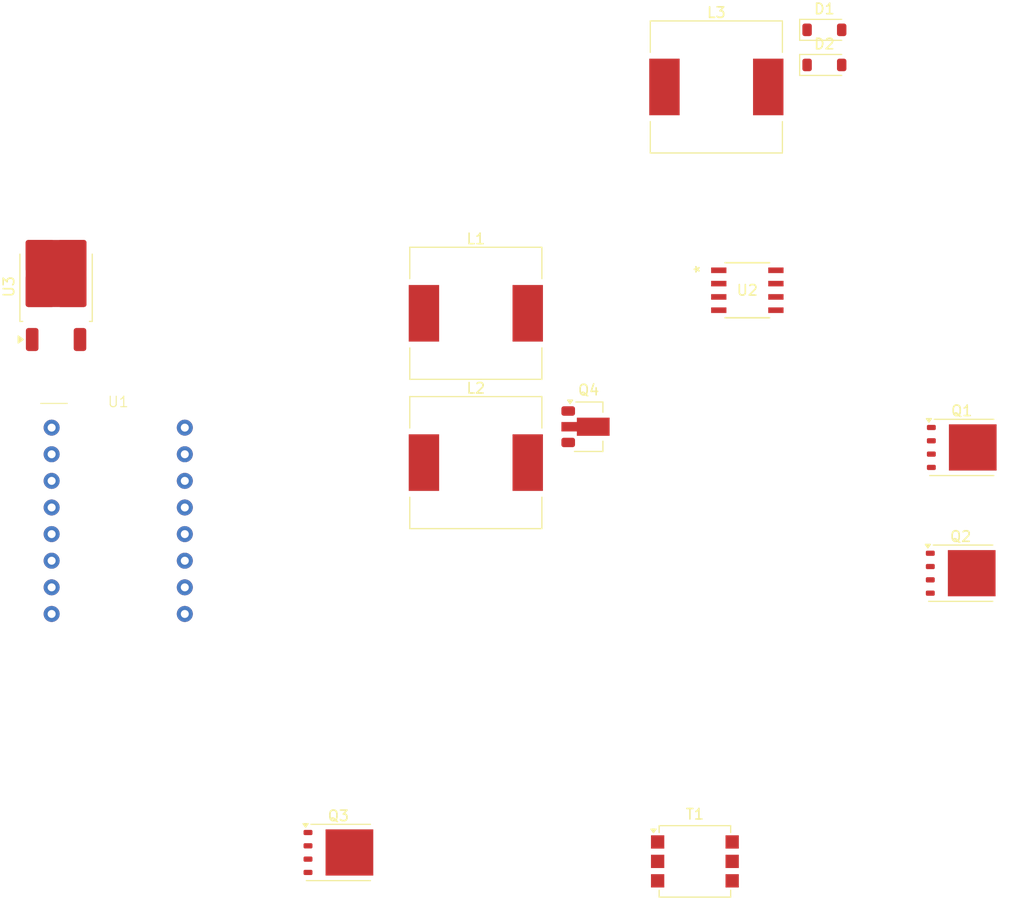
<source format=kicad_pcb>
(kicad_pcb (version 20240108) (generator "pcbnew") (generator_version "8.0")
  (layers (0 "F.Cu" signal) (31 "B.Cu" signal) (34 "B.Paste" user) (35 "F.Paste" user) (36 "B.SilkS" user "B.Silkscreen") (37 "F.SilkS" user "F.Silkscreen") (38 "B.Mask" user) (39 "F.Mask" user) (44 "Edge.Cuts" user))
  (net 0 "")
  (net 19 "Net-(Q3-S-Pad1)")
  (net 40 "Net-(D1-K)")
  (net 41 "GND")
  (net 42 "Net-(L1-Pad2)")
  (net 43 "Net-(Q2-D)")
  (net 44 "Net-(C3-Pad1)")
  (net 45 "Net-(U3-VI)")
  (net 46 "Net-(C3-Pad2)")
  (net 47 "Net-(Q1-D)")
  (net 48 "Net-(U3-VO)")
  (footprint "Package_TO_SOT_SMD:TDSON-8-1" (layer "F.Cu") (at 172.35 84)
    (property "Reference" "Q2" (at 0 -3.5 0) (layer "F.SilkS"))
    (property "Value" "CSD19534Q5A")
    (fp_line (start 3.06 -2.685) (end -2.62 -2.685) (stroke (width 0.12)) (layer "F.SilkS"))
    (fp_line (start 3.06 2.685) (end -3.06 2.685) (stroke (width 0.12)) (layer "F.SilkS"))
    (fp_poly (pts (xy -3.131622 -2.42027) (xy -3.371622 -2.75027) (xy -2.891622 -2.75027) (xy -3.131622 -2.42027)) (stroke (width 0.12)) (fill solid) (layer "F.SilkS"))
    (pad "1" smd roundrect (at -2.9 -1.905) (size 0.85 0.5) (layers "F.Cu" "F.Paste" "F.Mask") (net 46 "Net-(C3-Pad2)"))
    (pad "2" smd roundrect (at -2.9 -0.635) (size 0.85 0.5) (layers "F.Cu" "F.Paste" "F.Mask") (net 46 "Net-(C3-Pad2)"))
    (pad "3" smd roundrect (at -2.9 0.635) (size 0.85 0.5) (layers "F.Cu" "F.Paste" "F.Mask") (net 46 "Net-(C3-Pad2)"))
    (pad "4" smd roundrect (at -2.9 1.905) (size 0.85 0.5) (layers "F.Cu" "F.Paste" "F.Mask"))
    (pad "5" smd rect (at 1.05 0) (size 4.55 4.41) (layers "F.Cu") (net 43 "Net-(Q2-D)"))
  )
  (footprint "Package_TO_SOT_SMD:TDSON-8-1" (layer "F.Cu") (at 172.45 72)
    (property "Reference" "Q1" (at 0 -3.5 0) (layer "F.SilkS"))
    (property "Value" "CSD19534Q5A")
    (fp_line (start 3.06 -2.685) (end -2.62 -2.685) (stroke (width 0.12)) (layer "F.SilkS"))
    (fp_line (start 3.06 2.685) (end -3.06 2.685) (stroke (width 0.12)) (layer "F.SilkS"))
    (fp_poly (pts (xy -3.131622 -2.42027) (xy -3.371622 -2.75027) (xy -2.891622 -2.75027) (xy -3.131622 -2.42027)) (stroke (width 0.12)) (fill solid) (layer "F.SilkS"))
    (pad "1" smd roundrect (at -2.9 -1.905) (size 0.85 0.5) (layers "F.Cu" "F.Paste" "F.Mask") (net 46 "Net-(C3-Pad2)"))
    (pad "2" smd roundrect (at -2.9 -0.635) (size 0.85 0.5) (layers "F.Cu" "F.Paste" "F.Mask") (net 46 "Net-(C3-Pad2)"))
    (pad "3" smd roundrect (at -2.9 0.635) (size 0.85 0.5) (layers "F.Cu" "F.Paste" "F.Mask") (net 46 "Net-(C3-Pad2)"))
    (pad "4" smd roundrect (at -2.9 1.905) (size 0.85 0.5) (layers "F.Cu" "F.Paste" "F.Mask"))
    (pad "5" smd rect (at 1.05 0) (size 4.55 4.41) (layers "F.Cu") (net 47 "Net-(Q1-D)"))
  )
  (footprint "Package_TO_SOT_SMD:TDSON-8-1" (layer "F.Cu") (at 113 110.65)
    (property "Reference" "Q3" (at 0 -3.5 0) (layer "F.SilkS"))
    (property "Value" "BSC320N20NS3G")
    (fp_line (start 3.06 -2.685) (end -2.62 -2.685) (stroke (width 0.12)) (layer "F.SilkS"))
    (fp_line (start 3.06 2.685) (end -3.06 2.685) (stroke (width 0.12)) (layer "F.SilkS"))
    (fp_poly (pts (xy -3.131622 -2.42027) (xy -3.371622 -2.75027) (xy -2.891622 -2.75027) (xy -3.131622 -2.42027)) (stroke (width 0.12)) (fill solid) (layer "F.SilkS"))
    (pad "1" smd roundrect (at -2.9 -1.905) (size 0.85 0.5) (layers "F.Cu" "F.Paste" "F.Mask") (net 19 "Net-(Q3-S-Pad1)"))
    (pad "2" smd roundrect (at -2.9 -0.635) (size 0.85 0.5) (layers "F.Cu" "F.Paste" "F.Mask") (net 19 "Net-(Q3-S-Pad1)"))
    (pad "3" smd roundrect (at -2.9 0.635) (size 0.85 0.5) (layers "F.Cu" "F.Paste" "F.Mask") (net 19 "Net-(Q3-S-Pad1)"))
    (pad "4" smd roundrect (at -2.9 1.905) (size 0.85 0.5) (layers "F.Cu" "F.Paste" "F.Mask"))
    (pad "5" smd rect (at 1.05 0) (size 4.55 4.41) (layers "F.Cu"))
  )
  (footprint "Diode_SMD:D_SOD-123" (layer "F.Cu") (at 159.35 35.5)
    (property "Reference" "D2" (at 0 -2 0) (layer "F.SilkS"))
    (property "Value" "MBR0540")
    (fp_line (start -2.36 -1) (end -2.36 1) (stroke (width 0.12)) (layer "F.SilkS"))
    (fp_line (start -2.36 -1) (end 1.65 -1) (stroke (width 0.12)) (layer "F.SilkS"))
    (fp_line (start -2.36 1) (end 1.65 1) (stroke (width 0.12)) (layer "F.SilkS"))
    (pad "1" smd roundrect (at -1.65 0) (size 0.9 1.2) (layers "F.Cu" "F.Paste" "F.Mask") (net 40 "Net-(D1-K)"))
    (pad "2" smd roundrect (at 1.65 0) (size 0.9 1.2) (layers "F.Cu" "F.Paste" "F.Mask") (net 41 "GND"))
  )
  (footprint "Transformer_SMD:Pulse_P0926NL" (layer "F.Cu") (at 147 111.5)
    (property "Reference" "T1" (at 0 -4.5 0) (layer "F.SilkS"))
    (property "Value" "P0926NL")
    (fp_line (start -3.41 -3.41) (end -3.41 -2.75) (stroke (width 0.12)) (layer "F.SilkS"))
    (fp_line (start -3.41 -3.41) (end 3.41 -3.41) (stroke (width 0.12)) (layer "F.SilkS"))
    (fp_line (start -3.41 3.41) (end -3.41 2.75) (stroke (width 0.12)) (layer "F.SilkS"))
    (fp_line (start -3.41 3.41) (end 3.41 3.41) (stroke (width 0.12)) (layer "F.SilkS"))
    (fp_line (start 3.41 -3.41) (end 3.41 -2.75) (stroke (width 0.12)) (layer "F.SilkS"))
    (fp_line (start 3.41 3.41) (end 3.41 2.75) (stroke (width 0.12)) (layer "F.SilkS"))
    (fp_poly (pts (xy -3.95 -2.75) (xy -4.19 -3.08) (xy -3.71 -3.08) (xy -3.95 -2.75)) (stroke (width 0.12)) (fill solid) (layer "F.SilkS"))
    (pad "1" smd rect (at -3.555 -1.855) (size 1.27 1.27) (layers "F.Cu" "F.Paste" "F.Mask"))
    (pad "2" smd rect (at -3.555 0) (size 1.27 1.27) (layers "F.Cu" "F.Paste" "F.Mask"))
    (pad "3" smd rect (at -3.555 1.855) (size 1.27 1.27) (layers "F.Cu" "F.Paste" "F.Mask"))
    (pad "4" smd rect (at 3.555 1.855) (size 1.27 1.27) (layers "F.Cu" "F.Paste" "F.Mask"))
    (pad "5" smd rect (at 3.555 0) (size 1.27 1.27) (layers "F.Cu" "F.Paste" "F.Mask"))
    (pad "6" smd rect (at 3.555 -1.855) (size 1.27 1.27) (layers "F.Cu" "F.Paste" "F.Mask"))
  )
  (footprint "Inductor_SMD:L_12x12mm_H6mm" (layer "F.Cu") (at 126.10625 73.4479)
    (property "Reference" "L2" (at 0 -7.1 0) (layer "F.SilkS"))
    (property "Value" "10uH")
    (fp_line (start -6.3 -6.3) (end 6.3 -6.3) (stroke (width 0.12)) (layer "F.SilkS"))
    (fp_line (start -6.3 -3.3) (end -6.3 -6.3) (stroke (width 0.12)) (layer "F.SilkS"))
    (fp_line (start -6.3 6.3) (end -6.3 3.3) (stroke (width 0.12)) (layer "F.SilkS"))
    (fp_line (start 6.3 -6.3) (end 6.3 -3.3) (stroke (width 0.12)) (layer "F.SilkS"))
    (fp_line (start 6.3 3.3) (end 6.3 6.3) (stroke (width 0.12)) (layer "F.SilkS"))
    (fp_line (start 6.3 6.3) (end -6.3 6.3) (stroke (width 0.12)) (layer "F.SilkS"))
    (pad "1" smd rect (at -4.95 0) (size 2.9 5.4) (layers "F.Cu" "F.Paste" "F.Mask") (net 42 "Net-(L1-Pad2)"))
    (pad "2" smd rect (at 4.95 0) (size 2.9 5.4) (layers "F.Cu" "F.Paste" "F.Mask") (net 44 "Net-(C3-Pad1)"))
  )
  (footprint "Forward_Footprint:SO-8_S_LIT" (layer "F.Cu") (at 152 57)
    (property "Reference" "U2" (at 0 0 0) (layer "F.SilkS"))
    (property "Value" "LTC3900ES8-PBF")
    (fp_line (start -2.1209 2.6289) (end 2.1209 2.6289) (stroke (width 0.1524)) (layer "F.SilkS"))
    (fp_line (start 2.1209 -2.6289) (end -2.1209 -2.6289) (stroke (width 0.1524)) (layer "F.SilkS"))
    (fp_text user "*" (at -4.5 -2 90) (layer "F.SilkS"))
    (fp_text user "*" (at -4.5 -2 90) (layer "F.SilkS"))
    (pad "1" smd rect (at -2.72415 -1.905) (size 1.4605 0.5334) (layers "F.Cu" "F.Paste" "F.Mask"))
    (pad "2" smd rect (at -2.72415 -0.635) (size 1.4605 0.5334) (layers "F.Cu" "F.Paste" "F.Mask"))
    (pad "3" smd rect (at -2.72415 0.635) (size 1.4605 0.5334) (layers "F.Cu" "F.Paste" "F.Mask"))
    (pad "4" smd rect (at -2.72415 1.905) (size 1.4605 0.5334) (layers "F.Cu" "F.Paste" "F.Mask"))
    (pad "5" smd rect (at 2.72415 1.905) (size 1.4605 0.5334) (layers "F.Cu" "F.Paste" "F.Mask"))
    (pad "6" smd rect (at 2.72415 0.635) (size 1.4605 0.5334) (layers "F.Cu" "F.Paste" "F.Mask"))
    (pad "7" smd rect (at 2.72415 -0.635) (size 1.4605 0.5334) (layers "F.Cu" "F.Paste" "F.Mask"))
    (pad "8" smd rect (at 2.72415 -1.905) (size 1.4605 0.5334) (layers "F.Cu" "F.Paste" "F.Mask"))
  )
  (footprint "Package_TO_SOT_SMD:TO-252-2" (layer "F.Cu") (at 86.0725 56.66 90)
    (property "Reference" "U3" (at 0 -4.5 90) (layer "F.SilkS"))
    (property "Value" "MC7812CDTRKG")
    (fp_line (start 3.11 -3.45) (end -3.31 -3.45) (stroke (width 0.12)) (layer "F.SilkS"))
    (fp_line (start -3.31 -3.45) (end -3.31 -3.18) (stroke (width 0.12)) (layer "F.SilkS"))
    (fp_line (start 3.11 3.45) (end -3.31 3.45) (stroke (width 0.12)) (layer "F.SilkS"))
    (fp_line (start -3.31 3.45) (end -3.31 3.18) (stroke (width 0.12)) (layer "F.SilkS"))
    (fp_poly (pts (xy -5.04 -3.14) (xy -5.38 -3.61) (xy -4.7 -3.61) (xy -5.04 -3.14)) (stroke (width 0.12)) (fill solid) (layer "F.SilkS"))
    (pad "1" smd roundrect (at -5.04 -2.28 90) (size 2.2 1.2) (layers "F.Cu" "F.Paste" "F.Mask") (roundrect_rratio 0.208333) (net 45 "Net-(U3-VI)"))
    (pad "2" smd roundrect (at -0.415 -1.525 90) (size 3.05 2.75) (layers "F.Cu" "F.Paste") (roundrect_rratio 0.090909) (net 41 "GND"))
    (pad "2" smd roundrect (at -0.415 1.525 90) (size 3.05 2.75) (layers "F.Cu" "F.Paste") (roundrect_rratio 0.090909) (net 41 "GND"))
    (pad "2" smd roundrect (at 1.26 0 90) (size 6.4 5.8) (layers "F.Cu" "F.Mask") (roundrect_rratio 0.043103) (net 41 "GND"))
    (pad "2" smd roundrect (at 2.935 -1.525 90) (size 3.05 2.75) (layers "F.Cu" "F.Paste") (roundrect_rratio 0.090909) (net 41 "GND"))
    (pad "2" smd roundrect (at 2.935 1.525 90) (size 3.05 2.75) (layers "F.Cu" "F.Paste") (roundrect_rratio 0.090909) (net 41 "GND"))
    (pad "3" smd roundrect (at -5.04 2.28 90) (size 2.2 1.2) (layers "F.Cu" "F.Paste" "F.Mask") (roundrect_rratio 0.208333) (net 48 "Net-(U3-VO)"))
  )
  (footprint "Forward_Footprint:SOP16 DIP Adapter" (layer "F.Cu") (at 92 79)
    (property "Reference" "U1" (at 0 -11.35 0) (layer "F.SilkS") (effects (font (thickness 0.1))))
    (property "Value" "LT1952EGN-1-PBF")
    (fp_line (start -7.4 -11.2) (end -4.85 -11.2) (stroke (width 0.1)) (layer "F.SilkS"))
    (pad "1" thru_hole circle (at -6.35 -8.89) (size 1.524 1.524) (drill 0.762) (layers "*.Cu" "*.Mask"))
    (pad "2" thru_hole circle (at -6.35 -6.35) (size 1.524 1.524) (drill 0.762) (layers "*.Cu" "*.Mask"))
    (pad "3" thru_hole circle (at -6.35 -3.81) (size 1.524 1.524) (drill 0.762) (layers "*.Cu" "*.Mask"))
    (pad "4" thru_hole circle (at -6.35 -1.27) (size 1.524 1.524) (drill 0.762) (layers "*.Cu" "*.Mask"))
    (pad "5" thru_hole circle (at -6.35 1.27) (size 1.524 1.524) (drill 0.762) (layers "*.Cu" "*.Mask"))
    (pad "6" thru_hole circle (at -6.35 3.81) (size 1.524 1.524) (drill 0.762) (layers "*.Cu" "*.Mask"))
    (pad "7" thru_hole circle (at -6.35 6.35) (size 1.524 1.524) (drill 0.762) (layers "*.Cu" "*.Mask"))
    (pad "8" thru_hole circle (at -6.35 8.89) (size 1.524 1.524) (drill 0.762) (layers "*.Cu" "*.Mask"))
    (pad "9" thru_hole circle (at 6.35 8.89) (size 1.524 1.524) (drill 0.762) (layers "*.Cu" "*.Mask"))
    (pad "10" thru_hole circle (at 6.35 6.35) (size 1.524 1.524) (drill 0.762) (layers "*.Cu" "*.Mask"))
    (pad "11" thru_hole circle (at 6.35 3.81) (size 1.524 1.524) (drill 0.762) (layers "*.Cu" "*.Mask"))
    (pad "12" thru_hole circle (at 6.35 1.27) (size 1.524 1.524) (drill 0.762) (layers "*.Cu" "*.Mask"))
    (pad "13" thru_hole circle (at 6.35 -1.27) (size 1.524 1.524) (drill 0.762) (layers "*.Cu" "*.Mask"))
    (pad "14" thru_hole circle (at 6.35 -3.81) (size 1.524 1.524) (drill 0.762) (layers "*.Cu" "*.Mask"))
    (pad "15" thru_hole circle (at 6.35 -6.35) (size 1.524 1.524) (drill 0.762) (layers "*.Cu" "*.Mask"))
    (pad "16" thru_hole circle (at 6.35 -8.89) (size 1.524 1.524) (drill 0.762) (layers "*.Cu" "*.Mask"))
  )
  (footprint "Diode_SMD:D_SOD-123" (layer "F.Cu") (at 159.35 32.15)
    (property "Reference" "D1" (at 0 -2 0) (layer "F.SilkS"))
    (property "Value" "MBR0540")
    (fp_line (start -2.36 -1) (end -2.36 1) (stroke (width 0.12)) (layer "F.SilkS"))
    (fp_line (start -2.36 -1) (end 1.65 -1) (stroke (width 0.12)) (layer "F.SilkS"))
    (fp_line (start -2.36 1) (end 1.65 1) (stroke (width 0.12)) (layer "F.SilkS"))
    (pad "1" smd roundrect (at -1.65 0) (size 0.9 1.2) (layers "F.Cu" "F.Paste" "F.Mask") (net 40 "Net-(D1-K)"))
    (pad "2" smd roundrect (at 1.65 0) (size 0.9 1.2) (layers "F.Cu" "F.Paste" "F.Mask"))
  )
  (footprint "Inductor_SMD:L_12x12mm_H6mm" (layer "F.Cu") (at 126.10625 59.1979)
    (property "Reference" "L1" (at 0 -7.1 0) (layer "F.SilkS"))
    (property "Value" "10uH")
    (fp_line (start -6.3 -6.3) (end 6.3 -6.3) (stroke (width 0.12)) (layer "F.SilkS"))
    (fp_line (start -6.3 -3.3) (end -6.3 -6.3) (stroke (width 0.12)) (layer "F.SilkS"))
    (fp_line (start -6.3 6.3) (end -6.3 3.3) (stroke (width 0.12)) (layer "F.SilkS"))
    (fp_line (start 6.3 -6.3) (end 6.3 -3.3) (stroke (width 0.12)) (layer "F.SilkS"))
    (fp_line (start 6.3 3.3) (end 6.3 6.3) (stroke (width 0.12)) (layer "F.SilkS"))
    (fp_line (start 6.3 6.3) (end -6.3 6.3) (stroke (width 0.12)) (layer "F.SilkS"))
    (pad "1" smd rect (at -4.95 0) (size 2.9 5.4) (layers "F.Cu" "F.Paste" "F.Mask") (net 43 "Net-(Q2-D)"))
    (pad "2" smd rect (at 4.95 0) (size 2.9 5.4) (layers "F.Cu" "F.Paste" "F.Mask") (net 42 "Net-(L1-Pad2)"))
  )
  (footprint "Package_TO_SOT_SMD:SOT-89-3" (layer "F.Cu") (at 136.86625 70.0229)
    (property "Reference" "Q4" (at 0 -3.5 0) (layer "F.SilkS"))
    (property "Value" "BCX56")
    (fp_line (start -1.22 -2.36) (end 1.36 -2.36) (stroke (width 0.12)) (layer "F.SilkS"))
    (fp_line (start 1.36 -1.38) (end 1.36 -2.36) (stroke (width 0.12)) (layer "F.SilkS"))
    (fp_line (start 1.36 1.38) (end 1.36 2.36) (stroke (width 0.12)) (layer "F.SilkS"))
    (fp_line (start 1.36 2.36) (end -1.36 2.36) (stroke (width 0.12)) (layer "F.SilkS"))
    (fp_poly (pts (xy -1.77 -2.21) (xy -2.01 -2.54) (xy -1.53 -2.54) (xy -1.77 -2.21)) (stroke (width 0.12)) (fill solid) (layer "F.SilkS"))
    (pad "1" smd roundrect (at -1.95 -1.5) (size 1.3 0.9) (layers "F.Cu" "F.Paste" "F.Mask"))
    (pad "2" smd custom (at -1.8625 0) (size 1.475 0.9) (layers "F.Cu" "F.Paste" "F.Mask") (options (clearance outline) (anchor rect)) (primitives (gr_poly (pts (xy 3.8625 0.8665) (xy 0.7375 0.8665) (xy 0.7375 -0.8665) (xy 3.8625 -0.8665)) (width 0) (fill yes))))
    (pad "3" smd roundrect (at -1.95 1.5) (size 1.3 0.9) (layers "F.Cu" "F.Paste" "F.Mask"))
  )
  (footprint "Inductor_SMD:L_12x12mm_H6mm" (layer "F.Cu") (at 149.045 37.6)
    (property "Reference" "L3" (at 0 -7.1 0) (layer "F.SilkS"))
    (property "Value" "10uH")
    (fp_line (start -6.3 -6.3) (end 6.3 -6.3) (stroke (width 0.12)) (layer "F.SilkS"))
    (fp_line (start -6.3 -3.3) (end -6.3 -6.3) (stroke (width 0.12)) (layer "F.SilkS"))
    (fp_line (start -6.3 6.3) (end -6.3 3.3) (stroke (width 0.12)) (layer "F.SilkS"))
    (fp_line (start 6.3 -6.3) (end 6.3 -3.3) (stroke (width 0.12)) (layer "F.SilkS"))
    (fp_line (start 6.3 3.3) (end 6.3 6.3) (stroke (width 0.12)) (layer "F.SilkS"))
    (fp_line (start 6.3 6.3) (end -6.3 6.3) (stroke (width 0.12)) (layer "F.SilkS"))
    (pad "1" smd rect (at -4.95 0) (size 2.9 5.4) (layers "F.Cu" "F.Paste" "F.Mask") (net 45 "Net-(U3-VI)"))
    (pad "2" smd rect (at 4.95 0) (size 2.9 5.4) (layers "F.Cu" "F.Paste" "F.Mask") (net 40 "Net-(D1-K)"))
  )
)
</source>
